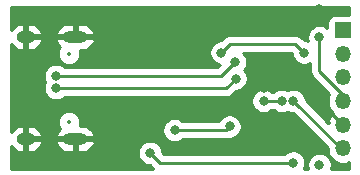
<source format=gbr>
%TF.GenerationSoftware,KiCad,Pcbnew,(5.1.8)-1*%
%TF.CreationDate,2021-01-13T21:24:39+08:00*%
%TF.ProjectId,downloader,646f776e-6c6f-4616-9465-722e6b696361,rev?*%
%TF.SameCoordinates,Original*%
%TF.FileFunction,Copper,L2,Bot*%
%TF.FilePolarity,Positive*%
%FSLAX46Y46*%
G04 Gerber Fmt 4.6, Leading zero omitted, Abs format (unit mm)*
G04 Created by KiCad (PCBNEW (5.1.8)-1) date 2021-01-13 21:24:39*
%MOMM*%
%LPD*%
G01*
G04 APERTURE LIST*
%TA.AperFunction,ComponentPad*%
%ADD10O,1.350000X1.350000*%
%TD*%
%TA.AperFunction,ComponentPad*%
%ADD11R,1.350000X1.350000*%
%TD*%
%TA.AperFunction,ComponentPad*%
%ADD12O,2.100000X1.000000*%
%TD*%
%TA.AperFunction,ComponentPad*%
%ADD13O,1.600000X1.000000*%
%TD*%
%TA.AperFunction,ViaPad*%
%ADD14C,0.800000*%
%TD*%
%TA.AperFunction,Conductor*%
%ADD15C,0.250000*%
%TD*%
%TA.AperFunction,Conductor*%
%ADD16C,0.254000*%
%TD*%
%TA.AperFunction,Conductor*%
%ADD17C,0.350000*%
%TD*%
%ADD18C,0.350000*%
%ADD19O,1.700000X0.600000*%
%ADD20O,1.200000X0.600000*%
G04 APERTURE END LIST*
D10*
%TO.P,J2,6*%
%TO.N,+3V3*%
X128800000Y-97600000D03*
%TO.P,J2,5*%
%TO.N,GND*%
X128800000Y-95600000D03*
%TO.P,J2,4*%
%TO.N,/IO0*%
X128800000Y-93600000D03*
%TO.P,J2,3*%
%TO.N,/EN*%
X128800000Y-91600000D03*
%TO.P,J2,2*%
%TO.N,/TXD*%
X128800000Y-89600000D03*
D11*
%TO.P,J2,1*%
%TO.N,/RXD*%
X128800000Y-87600000D03*
%TD*%
D12*
%TO.P,J1,S1*%
%TO.N,GND*%
X106130000Y-96820000D03*
X106130000Y-88180000D03*
D13*
X101950000Y-88180000D03*
X101950000Y-96820000D03*
%TD*%
D14*
%TO.N,*%
X126800000Y-99000000D03*
%TO.N,GND*%
X126800000Y-85800000D03*
X122074990Y-92500000D03*
%TO.N,/D-*%
X104500000Y-91475000D03*
X119650000Y-90300000D03*
%TO.N,/D+*%
X104500000Y-92525000D03*
X119712664Y-91712678D03*
%TO.N,/IO0*%
X126800000Y-88200000D03*
%TO.N,/DTR*%
X122074990Y-93600000D03*
X123600000Y-93600000D03*
%TO.N,/EN*%
X124575000Y-98825000D03*
X112474991Y-98000009D03*
%TO.N,+3V3*%
X125500000Y-89500000D03*
X118499990Y-89500000D03*
X124600000Y-93600000D03*
%TO.N,Net-(C1-Pad1)*%
X114550000Y-96075000D03*
X119199990Y-95750000D03*
%TD*%
D15*
%TO.N,GND*%
X125700000Y-92500000D02*
X122074990Y-92500000D01*
X128800000Y-95600000D02*
X125700000Y-92500000D01*
%TO.N,/D-*%
X104500000Y-91475000D02*
X118475000Y-91475000D01*
X118475000Y-91475000D02*
X119650000Y-90300000D01*
%TO.N,/D+*%
X118900342Y-92525000D02*
X119712664Y-91712678D01*
X104500000Y-92525000D02*
X118900342Y-92525000D01*
%TO.N,/IO0*%
X128800000Y-93080002D02*
X128800000Y-93600000D01*
X126800000Y-91080002D02*
X128800000Y-93080002D01*
X126800000Y-88200000D02*
X126800000Y-91080002D01*
%TO.N,/DTR*%
X122074990Y-93600000D02*
X123600000Y-93600000D01*
%TO.N,/EN*%
X124575000Y-98825000D02*
X113299982Y-98825000D01*
X113299982Y-98825000D02*
X112474991Y-98000009D01*
%TO.N,+3V3*%
X128600000Y-97600000D02*
X128800000Y-97600000D01*
X124600000Y-93600000D02*
X128600000Y-97600000D01*
X119224991Y-88774999D02*
X118499990Y-89500000D01*
X125500000Y-89500000D02*
X124774999Y-88774999D01*
X124774999Y-88774999D02*
X119224991Y-88774999D01*
%TO.N,Net-(C1-Pad1)*%
X118874990Y-96075000D02*
X119199990Y-95750000D01*
X114550000Y-96075000D02*
X118874990Y-96075000D01*
%TD*%
D16*
%TO.N,GND*%
X129340001Y-86286928D02*
X128125000Y-86286928D01*
X128000518Y-86299188D01*
X127880820Y-86335498D01*
X127770506Y-86394463D01*
X127673815Y-86473815D01*
X127594463Y-86570506D01*
X127535498Y-86680820D01*
X127499188Y-86800518D01*
X127486928Y-86925000D01*
X127486928Y-87423217D01*
X127459774Y-87396063D01*
X127290256Y-87282795D01*
X127101898Y-87204774D01*
X126901939Y-87165000D01*
X126698061Y-87165000D01*
X126498102Y-87204774D01*
X126309744Y-87282795D01*
X126140226Y-87396063D01*
X125996063Y-87540226D01*
X125882795Y-87709744D01*
X125804774Y-87898102D01*
X125765000Y-88098061D01*
X125765000Y-88301939D01*
X125804774Y-88501898D01*
X125806808Y-88506808D01*
X125801898Y-88504774D01*
X125601939Y-88465000D01*
X125539801Y-88465000D01*
X125338802Y-88264001D01*
X125315000Y-88234998D01*
X125199275Y-88140025D01*
X125067246Y-88069453D01*
X124923985Y-88025996D01*
X124812332Y-88014999D01*
X124812321Y-88014999D01*
X124774999Y-88011323D01*
X124737677Y-88014999D01*
X119262313Y-88014999D01*
X119224990Y-88011323D01*
X119187667Y-88014999D01*
X119187658Y-88014999D01*
X119076005Y-88025996D01*
X118932744Y-88069453D01*
X118800715Y-88140025D01*
X118684990Y-88234998D01*
X118661192Y-88263997D01*
X118460188Y-88465000D01*
X118398051Y-88465000D01*
X118198092Y-88504774D01*
X118009734Y-88582795D01*
X117840216Y-88696063D01*
X117696053Y-88840226D01*
X117582785Y-89009744D01*
X117504764Y-89198102D01*
X117464990Y-89398061D01*
X117464990Y-89601939D01*
X117504764Y-89801898D01*
X117582785Y-89990256D01*
X117696053Y-90159774D01*
X117840216Y-90303937D01*
X118009734Y-90417205D01*
X118198092Y-90495226D01*
X118349797Y-90525402D01*
X118160199Y-90715000D01*
X105203711Y-90715000D01*
X105159774Y-90671063D01*
X104990256Y-90557795D01*
X104801898Y-90479774D01*
X104601939Y-90440000D01*
X104398061Y-90440000D01*
X104198102Y-90479774D01*
X104009744Y-90557795D01*
X103840226Y-90671063D01*
X103696063Y-90815226D01*
X103582795Y-90984744D01*
X103504774Y-91173102D01*
X103465000Y-91373061D01*
X103465000Y-91576939D01*
X103504774Y-91776898D01*
X103582795Y-91965256D01*
X103606010Y-92000000D01*
X103582795Y-92034744D01*
X103504774Y-92223102D01*
X103465000Y-92423061D01*
X103465000Y-92626939D01*
X103504774Y-92826898D01*
X103582795Y-93015256D01*
X103696063Y-93184774D01*
X103840226Y-93328937D01*
X104009744Y-93442205D01*
X104198102Y-93520226D01*
X104398061Y-93560000D01*
X104601939Y-93560000D01*
X104801898Y-93520226D01*
X104990256Y-93442205D01*
X105159774Y-93328937D01*
X105203711Y-93285000D01*
X118863020Y-93285000D01*
X118900342Y-93288676D01*
X118937664Y-93285000D01*
X118937675Y-93285000D01*
X119049328Y-93274003D01*
X119192589Y-93230546D01*
X119324618Y-93159974D01*
X119440343Y-93065001D01*
X119464145Y-93035998D01*
X119752465Y-92747678D01*
X119814603Y-92747678D01*
X120014562Y-92707904D01*
X120202920Y-92629883D01*
X120372438Y-92516615D01*
X120516601Y-92372452D01*
X120629869Y-92202934D01*
X120707890Y-92014576D01*
X120747664Y-91814617D01*
X120747664Y-91610739D01*
X120707890Y-91410780D01*
X120629869Y-91222422D01*
X120516601Y-91052904D01*
X120438704Y-90975007D01*
X120453937Y-90959774D01*
X120567205Y-90790256D01*
X120645226Y-90601898D01*
X120685000Y-90401939D01*
X120685000Y-90198061D01*
X120645226Y-89998102D01*
X120567205Y-89809744D01*
X120453937Y-89640226D01*
X120348710Y-89534999D01*
X124460198Y-89534999D01*
X124465000Y-89539801D01*
X124465000Y-89601939D01*
X124504774Y-89801898D01*
X124582795Y-89990256D01*
X124696063Y-90159774D01*
X124840226Y-90303937D01*
X125009744Y-90417205D01*
X125198102Y-90495226D01*
X125398061Y-90535000D01*
X125601939Y-90535000D01*
X125801898Y-90495226D01*
X125990256Y-90417205D01*
X126040001Y-90383967D01*
X126040001Y-91042670D01*
X126036324Y-91080002D01*
X126040001Y-91117335D01*
X126049838Y-91217205D01*
X126050998Y-91228987D01*
X126094454Y-91372248D01*
X126165026Y-91504278D01*
X126224658Y-91576939D01*
X126260000Y-91620003D01*
X126288998Y-91643801D01*
X127634871Y-92989675D01*
X127540342Y-93217887D01*
X127490000Y-93470976D01*
X127490000Y-93729024D01*
X127540342Y-93982113D01*
X127639093Y-94220518D01*
X127782456Y-94435077D01*
X127954060Y-94606681D01*
X127821697Y-94728773D01*
X127670527Y-94936371D01*
X127562762Y-95169472D01*
X127532090Y-95270600D01*
X127655775Y-95472998D01*
X127547800Y-95472998D01*
X125635000Y-93560199D01*
X125635000Y-93498061D01*
X125595226Y-93298102D01*
X125517205Y-93109744D01*
X125403937Y-92940226D01*
X125259774Y-92796063D01*
X125090256Y-92682795D01*
X124901898Y-92604774D01*
X124701939Y-92565000D01*
X124498061Y-92565000D01*
X124298102Y-92604774D01*
X124109744Y-92682795D01*
X124100000Y-92689306D01*
X124090256Y-92682795D01*
X123901898Y-92604774D01*
X123701939Y-92565000D01*
X123498061Y-92565000D01*
X123298102Y-92604774D01*
X123109744Y-92682795D01*
X122940226Y-92796063D01*
X122896289Y-92840000D01*
X122778701Y-92840000D01*
X122734764Y-92796063D01*
X122565246Y-92682795D01*
X122376888Y-92604774D01*
X122176929Y-92565000D01*
X121973051Y-92565000D01*
X121773092Y-92604774D01*
X121584734Y-92682795D01*
X121415216Y-92796063D01*
X121271053Y-92940226D01*
X121157785Y-93109744D01*
X121079764Y-93298102D01*
X121039990Y-93498061D01*
X121039990Y-93701939D01*
X121079764Y-93901898D01*
X121157785Y-94090256D01*
X121271053Y-94259774D01*
X121415216Y-94403937D01*
X121584734Y-94517205D01*
X121773092Y-94595226D01*
X121973051Y-94635000D01*
X122176929Y-94635000D01*
X122376888Y-94595226D01*
X122565246Y-94517205D01*
X122734764Y-94403937D01*
X122778701Y-94360000D01*
X122896289Y-94360000D01*
X122940226Y-94403937D01*
X123109744Y-94517205D01*
X123298102Y-94595226D01*
X123498061Y-94635000D01*
X123701939Y-94635000D01*
X123901898Y-94595226D01*
X124090256Y-94517205D01*
X124100000Y-94510694D01*
X124109744Y-94517205D01*
X124298102Y-94595226D01*
X124498061Y-94635000D01*
X124560199Y-94635000D01*
X127490000Y-97564802D01*
X127490000Y-97729024D01*
X127540342Y-97982113D01*
X127639093Y-98220518D01*
X127782456Y-98435077D01*
X127964923Y-98617544D01*
X128179482Y-98760907D01*
X128417887Y-98859658D01*
X128670976Y-98910000D01*
X128929024Y-98910000D01*
X129182113Y-98859658D01*
X129340000Y-98794259D01*
X129340000Y-99340000D01*
X127779444Y-99340000D01*
X127795226Y-99301898D01*
X127835000Y-99101939D01*
X127835000Y-98898061D01*
X127795226Y-98698102D01*
X127717205Y-98509744D01*
X127603937Y-98340226D01*
X127459774Y-98196063D01*
X127290256Y-98082795D01*
X127101898Y-98004774D01*
X126901939Y-97965000D01*
X126698061Y-97965000D01*
X126498102Y-98004774D01*
X126309744Y-98082795D01*
X126140226Y-98196063D01*
X125996063Y-98340226D01*
X125882795Y-98509744D01*
X125804774Y-98698102D01*
X125765000Y-98898061D01*
X125765000Y-99101939D01*
X125804774Y-99301898D01*
X125820556Y-99340000D01*
X125475672Y-99340000D01*
X125492205Y-99315256D01*
X125570226Y-99126898D01*
X125610000Y-98926939D01*
X125610000Y-98723061D01*
X125570226Y-98523102D01*
X125492205Y-98334744D01*
X125378937Y-98165226D01*
X125234774Y-98021063D01*
X125065256Y-97907795D01*
X124876898Y-97829774D01*
X124676939Y-97790000D01*
X124473061Y-97790000D01*
X124273102Y-97829774D01*
X124084744Y-97907795D01*
X123915226Y-98021063D01*
X123871289Y-98065000D01*
X113614784Y-98065000D01*
X113509991Y-97960207D01*
X113509991Y-97898070D01*
X113470217Y-97698111D01*
X113392196Y-97509753D01*
X113278928Y-97340235D01*
X113134765Y-97196072D01*
X112965247Y-97082804D01*
X112776889Y-97004783D01*
X112576930Y-96965009D01*
X112373052Y-96965009D01*
X112173093Y-97004783D01*
X111984735Y-97082804D01*
X111815217Y-97196072D01*
X111671054Y-97340235D01*
X111557786Y-97509753D01*
X111479765Y-97698111D01*
X111439991Y-97898070D01*
X111439991Y-98101948D01*
X111479765Y-98301907D01*
X111557786Y-98490265D01*
X111671054Y-98659783D01*
X111815217Y-98803946D01*
X111984735Y-98917214D01*
X112173093Y-98995235D01*
X112373052Y-99035009D01*
X112435189Y-99035009D01*
X112736187Y-99336008D01*
X112739463Y-99340000D01*
X100660000Y-99340000D01*
X100660000Y-97382371D01*
X100757631Y-97532764D01*
X100913831Y-97693161D01*
X101098322Y-97820003D01*
X101304013Y-97908415D01*
X101523000Y-97955000D01*
X101823000Y-97955000D01*
X101823000Y-96947000D01*
X102077000Y-96947000D01*
X102077000Y-97955000D01*
X102377000Y-97955000D01*
X102595987Y-97908415D01*
X102801678Y-97820003D01*
X102986169Y-97693161D01*
X103142369Y-97532764D01*
X103264276Y-97344976D01*
X103344119Y-97121874D01*
X104485881Y-97121874D01*
X104565724Y-97344976D01*
X104687631Y-97532764D01*
X104843831Y-97693161D01*
X105028322Y-97820003D01*
X105234013Y-97908415D01*
X105453000Y-97955000D01*
X106003000Y-97955000D01*
X106003000Y-96947000D01*
X106257000Y-96947000D01*
X106257000Y-97955000D01*
X106807000Y-97955000D01*
X107025987Y-97908415D01*
X107231678Y-97820003D01*
X107416169Y-97693161D01*
X107572369Y-97532764D01*
X107694276Y-97344976D01*
X107774119Y-97121874D01*
X107647954Y-96947000D01*
X106257000Y-96947000D01*
X106003000Y-96947000D01*
X104612046Y-96947000D01*
X104485881Y-97121874D01*
X103344119Y-97121874D01*
X103217954Y-96947000D01*
X102077000Y-96947000D01*
X101823000Y-96947000D01*
X101803000Y-96947000D01*
X101803000Y-96693000D01*
X101823000Y-96693000D01*
X101823000Y-95685000D01*
X102077000Y-95685000D01*
X102077000Y-96693000D01*
X103217954Y-96693000D01*
X103344119Y-96518126D01*
X104485881Y-96518126D01*
X104612046Y-96693000D01*
X106003000Y-96693000D01*
X106003000Y-96673000D01*
X106257000Y-96673000D01*
X106257000Y-96693000D01*
X107647954Y-96693000D01*
X107774119Y-96518126D01*
X107694276Y-96295024D01*
X107572369Y-96107236D01*
X107441705Y-95973061D01*
X113515000Y-95973061D01*
X113515000Y-96176939D01*
X113554774Y-96376898D01*
X113632795Y-96565256D01*
X113746063Y-96734774D01*
X113890226Y-96878937D01*
X114059744Y-96992205D01*
X114248102Y-97070226D01*
X114448061Y-97110000D01*
X114651939Y-97110000D01*
X114851898Y-97070226D01*
X115040256Y-96992205D01*
X115209774Y-96878937D01*
X115253711Y-96835000D01*
X118837668Y-96835000D01*
X118874990Y-96838676D01*
X118912312Y-96835000D01*
X118912323Y-96835000D01*
X119023976Y-96824003D01*
X119152554Y-96785000D01*
X119301929Y-96785000D01*
X119501888Y-96745226D01*
X119690246Y-96667205D01*
X119859764Y-96553937D01*
X120003927Y-96409774D01*
X120117195Y-96240256D01*
X120195216Y-96051898D01*
X120234990Y-95851939D01*
X120234990Y-95648061D01*
X120195216Y-95448102D01*
X120117195Y-95259744D01*
X120003927Y-95090226D01*
X119859764Y-94946063D01*
X119690246Y-94832795D01*
X119501888Y-94754774D01*
X119301929Y-94715000D01*
X119098051Y-94715000D01*
X118898092Y-94754774D01*
X118709734Y-94832795D01*
X118540216Y-94946063D01*
X118396053Y-95090226D01*
X118282785Y-95259744D01*
X118259897Y-95315000D01*
X115253711Y-95315000D01*
X115209774Y-95271063D01*
X115040256Y-95157795D01*
X114851898Y-95079774D01*
X114651939Y-95040000D01*
X114448061Y-95040000D01*
X114248102Y-95079774D01*
X114059744Y-95157795D01*
X113890226Y-95271063D01*
X113746063Y-95415226D01*
X113632795Y-95584744D01*
X113554774Y-95773102D01*
X113515000Y-95973061D01*
X107441705Y-95973061D01*
X107416169Y-95946839D01*
X107231678Y-95819997D01*
X107025987Y-95731585D01*
X106807000Y-95685000D01*
X106516904Y-95685000D01*
X106523108Y-95670022D01*
X106560000Y-95484552D01*
X106560000Y-95295448D01*
X106523108Y-95109978D01*
X106450741Y-94935269D01*
X106345681Y-94778036D01*
X106211964Y-94644319D01*
X106054731Y-94539259D01*
X105880022Y-94466892D01*
X105694552Y-94430000D01*
X105505448Y-94430000D01*
X105319978Y-94466892D01*
X105145269Y-94539259D01*
X104988036Y-94644319D01*
X104854319Y-94778036D01*
X104749259Y-94935269D01*
X104676892Y-95109978D01*
X104640000Y-95295448D01*
X104640000Y-95484552D01*
X104676892Y-95670022D01*
X104749259Y-95844731D01*
X104828206Y-95962884D01*
X104687631Y-96107236D01*
X104565724Y-96295024D01*
X104485881Y-96518126D01*
X103344119Y-96518126D01*
X103264276Y-96295024D01*
X103142369Y-96107236D01*
X102986169Y-95946839D01*
X102801678Y-95819997D01*
X102595987Y-95731585D01*
X102377000Y-95685000D01*
X102077000Y-95685000D01*
X101823000Y-95685000D01*
X101523000Y-95685000D01*
X101304013Y-95731585D01*
X101098322Y-95819997D01*
X100913831Y-95946839D01*
X100757631Y-96107236D01*
X100660000Y-96257629D01*
X100660000Y-88742371D01*
X100757631Y-88892764D01*
X100913831Y-89053161D01*
X101098322Y-89180003D01*
X101304013Y-89268415D01*
X101523000Y-89315000D01*
X101823000Y-89315000D01*
X101823000Y-88307000D01*
X102077000Y-88307000D01*
X102077000Y-89315000D01*
X102377000Y-89315000D01*
X102595987Y-89268415D01*
X102801678Y-89180003D01*
X102986169Y-89053161D01*
X103142369Y-88892764D01*
X103264276Y-88704976D01*
X103344119Y-88481874D01*
X104485881Y-88481874D01*
X104565724Y-88704976D01*
X104687631Y-88892764D01*
X104828206Y-89037116D01*
X104749259Y-89155269D01*
X104676892Y-89329978D01*
X104640000Y-89515448D01*
X104640000Y-89704552D01*
X104676892Y-89890022D01*
X104749259Y-90064731D01*
X104854319Y-90221964D01*
X104988036Y-90355681D01*
X105145269Y-90460741D01*
X105319978Y-90533108D01*
X105505448Y-90570000D01*
X105694552Y-90570000D01*
X105880022Y-90533108D01*
X106054731Y-90460741D01*
X106211964Y-90355681D01*
X106345681Y-90221964D01*
X106450741Y-90064731D01*
X106523108Y-89890022D01*
X106560000Y-89704552D01*
X106560000Y-89515448D01*
X106523108Y-89329978D01*
X106516904Y-89315000D01*
X106807000Y-89315000D01*
X107025987Y-89268415D01*
X107231678Y-89180003D01*
X107416169Y-89053161D01*
X107572369Y-88892764D01*
X107694276Y-88704976D01*
X107774119Y-88481874D01*
X107647954Y-88307000D01*
X106257000Y-88307000D01*
X106257000Y-88327000D01*
X106003000Y-88327000D01*
X106003000Y-88307000D01*
X104612046Y-88307000D01*
X104485881Y-88481874D01*
X103344119Y-88481874D01*
X103217954Y-88307000D01*
X102077000Y-88307000D01*
X101823000Y-88307000D01*
X101803000Y-88307000D01*
X101803000Y-88053000D01*
X101823000Y-88053000D01*
X101823000Y-87045000D01*
X102077000Y-87045000D01*
X102077000Y-88053000D01*
X103217954Y-88053000D01*
X103344119Y-87878126D01*
X104485881Y-87878126D01*
X104612046Y-88053000D01*
X106003000Y-88053000D01*
X106003000Y-87045000D01*
X106257000Y-87045000D01*
X106257000Y-88053000D01*
X107647954Y-88053000D01*
X107774119Y-87878126D01*
X107694276Y-87655024D01*
X107572369Y-87467236D01*
X107416169Y-87306839D01*
X107231678Y-87179997D01*
X107025987Y-87091585D01*
X106807000Y-87045000D01*
X106257000Y-87045000D01*
X106003000Y-87045000D01*
X105453000Y-87045000D01*
X105234013Y-87091585D01*
X105028322Y-87179997D01*
X104843831Y-87306839D01*
X104687631Y-87467236D01*
X104565724Y-87655024D01*
X104485881Y-87878126D01*
X103344119Y-87878126D01*
X103264276Y-87655024D01*
X103142369Y-87467236D01*
X102986169Y-87306839D01*
X102801678Y-87179997D01*
X102595987Y-87091585D01*
X102377000Y-87045000D01*
X102077000Y-87045000D01*
X101823000Y-87045000D01*
X101523000Y-87045000D01*
X101304013Y-87091585D01*
X101098322Y-87179997D01*
X100913831Y-87306839D01*
X100757631Y-87467236D01*
X100660000Y-87617629D01*
X100660000Y-85660000D01*
X129340001Y-85660000D01*
X129340001Y-86286928D01*
%TA.AperFunction,Conductor*%
D17*
G36*
X129340001Y-86286928D02*
G01*
X128125000Y-86286928D01*
X128000518Y-86299188D01*
X127880820Y-86335498D01*
X127770506Y-86394463D01*
X127673815Y-86473815D01*
X127594463Y-86570506D01*
X127535498Y-86680820D01*
X127499188Y-86800518D01*
X127486928Y-86925000D01*
X127486928Y-87423217D01*
X127459774Y-87396063D01*
X127290256Y-87282795D01*
X127101898Y-87204774D01*
X126901939Y-87165000D01*
X126698061Y-87165000D01*
X126498102Y-87204774D01*
X126309744Y-87282795D01*
X126140226Y-87396063D01*
X125996063Y-87540226D01*
X125882795Y-87709744D01*
X125804774Y-87898102D01*
X125765000Y-88098061D01*
X125765000Y-88301939D01*
X125804774Y-88501898D01*
X125806808Y-88506808D01*
X125801898Y-88504774D01*
X125601939Y-88465000D01*
X125539801Y-88465000D01*
X125338802Y-88264001D01*
X125315000Y-88234998D01*
X125199275Y-88140025D01*
X125067246Y-88069453D01*
X124923985Y-88025996D01*
X124812332Y-88014999D01*
X124812321Y-88014999D01*
X124774999Y-88011323D01*
X124737677Y-88014999D01*
X119262313Y-88014999D01*
X119224990Y-88011323D01*
X119187667Y-88014999D01*
X119187658Y-88014999D01*
X119076005Y-88025996D01*
X118932744Y-88069453D01*
X118800715Y-88140025D01*
X118684990Y-88234998D01*
X118661192Y-88263997D01*
X118460188Y-88465000D01*
X118398051Y-88465000D01*
X118198092Y-88504774D01*
X118009734Y-88582795D01*
X117840216Y-88696063D01*
X117696053Y-88840226D01*
X117582785Y-89009744D01*
X117504764Y-89198102D01*
X117464990Y-89398061D01*
X117464990Y-89601939D01*
X117504764Y-89801898D01*
X117582785Y-89990256D01*
X117696053Y-90159774D01*
X117840216Y-90303937D01*
X118009734Y-90417205D01*
X118198092Y-90495226D01*
X118349797Y-90525402D01*
X118160199Y-90715000D01*
X105203711Y-90715000D01*
X105159774Y-90671063D01*
X104990256Y-90557795D01*
X104801898Y-90479774D01*
X104601939Y-90440000D01*
X104398061Y-90440000D01*
X104198102Y-90479774D01*
X104009744Y-90557795D01*
X103840226Y-90671063D01*
X103696063Y-90815226D01*
X103582795Y-90984744D01*
X103504774Y-91173102D01*
X103465000Y-91373061D01*
X103465000Y-91576939D01*
X103504774Y-91776898D01*
X103582795Y-91965256D01*
X103606010Y-92000000D01*
X103582795Y-92034744D01*
X103504774Y-92223102D01*
X103465000Y-92423061D01*
X103465000Y-92626939D01*
X103504774Y-92826898D01*
X103582795Y-93015256D01*
X103696063Y-93184774D01*
X103840226Y-93328937D01*
X104009744Y-93442205D01*
X104198102Y-93520226D01*
X104398061Y-93560000D01*
X104601939Y-93560000D01*
X104801898Y-93520226D01*
X104990256Y-93442205D01*
X105159774Y-93328937D01*
X105203711Y-93285000D01*
X118863020Y-93285000D01*
X118900342Y-93288676D01*
X118937664Y-93285000D01*
X118937675Y-93285000D01*
X119049328Y-93274003D01*
X119192589Y-93230546D01*
X119324618Y-93159974D01*
X119440343Y-93065001D01*
X119464145Y-93035998D01*
X119752465Y-92747678D01*
X119814603Y-92747678D01*
X120014562Y-92707904D01*
X120202920Y-92629883D01*
X120372438Y-92516615D01*
X120516601Y-92372452D01*
X120629869Y-92202934D01*
X120707890Y-92014576D01*
X120747664Y-91814617D01*
X120747664Y-91610739D01*
X120707890Y-91410780D01*
X120629869Y-91222422D01*
X120516601Y-91052904D01*
X120438704Y-90975007D01*
X120453937Y-90959774D01*
X120567205Y-90790256D01*
X120645226Y-90601898D01*
X120685000Y-90401939D01*
X120685000Y-90198061D01*
X120645226Y-89998102D01*
X120567205Y-89809744D01*
X120453937Y-89640226D01*
X120348710Y-89534999D01*
X124460198Y-89534999D01*
X124465000Y-89539801D01*
X124465000Y-89601939D01*
X124504774Y-89801898D01*
X124582795Y-89990256D01*
X124696063Y-90159774D01*
X124840226Y-90303937D01*
X125009744Y-90417205D01*
X125198102Y-90495226D01*
X125398061Y-90535000D01*
X125601939Y-90535000D01*
X125801898Y-90495226D01*
X125990256Y-90417205D01*
X126040001Y-90383967D01*
X126040001Y-91042670D01*
X126036324Y-91080002D01*
X126040001Y-91117335D01*
X126049838Y-91217205D01*
X126050998Y-91228987D01*
X126094454Y-91372248D01*
X126165026Y-91504278D01*
X126224658Y-91576939D01*
X126260000Y-91620003D01*
X126288998Y-91643801D01*
X127634871Y-92989675D01*
X127540342Y-93217887D01*
X127490000Y-93470976D01*
X127490000Y-93729024D01*
X127540342Y-93982113D01*
X127639093Y-94220518D01*
X127782456Y-94435077D01*
X127954060Y-94606681D01*
X127821697Y-94728773D01*
X127670527Y-94936371D01*
X127562762Y-95169472D01*
X127532090Y-95270600D01*
X127655775Y-95472998D01*
X127547800Y-95472998D01*
X125635000Y-93560199D01*
X125635000Y-93498061D01*
X125595226Y-93298102D01*
X125517205Y-93109744D01*
X125403937Y-92940226D01*
X125259774Y-92796063D01*
X125090256Y-92682795D01*
X124901898Y-92604774D01*
X124701939Y-92565000D01*
X124498061Y-92565000D01*
X124298102Y-92604774D01*
X124109744Y-92682795D01*
X124100000Y-92689306D01*
X124090256Y-92682795D01*
X123901898Y-92604774D01*
X123701939Y-92565000D01*
X123498061Y-92565000D01*
X123298102Y-92604774D01*
X123109744Y-92682795D01*
X122940226Y-92796063D01*
X122896289Y-92840000D01*
X122778701Y-92840000D01*
X122734764Y-92796063D01*
X122565246Y-92682795D01*
X122376888Y-92604774D01*
X122176929Y-92565000D01*
X121973051Y-92565000D01*
X121773092Y-92604774D01*
X121584734Y-92682795D01*
X121415216Y-92796063D01*
X121271053Y-92940226D01*
X121157785Y-93109744D01*
X121079764Y-93298102D01*
X121039990Y-93498061D01*
X121039990Y-93701939D01*
X121079764Y-93901898D01*
X121157785Y-94090256D01*
X121271053Y-94259774D01*
X121415216Y-94403937D01*
X121584734Y-94517205D01*
X121773092Y-94595226D01*
X121973051Y-94635000D01*
X122176929Y-94635000D01*
X122376888Y-94595226D01*
X122565246Y-94517205D01*
X122734764Y-94403937D01*
X122778701Y-94360000D01*
X122896289Y-94360000D01*
X122940226Y-94403937D01*
X123109744Y-94517205D01*
X123298102Y-94595226D01*
X123498061Y-94635000D01*
X123701939Y-94635000D01*
X123901898Y-94595226D01*
X124090256Y-94517205D01*
X124100000Y-94510694D01*
X124109744Y-94517205D01*
X124298102Y-94595226D01*
X124498061Y-94635000D01*
X124560199Y-94635000D01*
X127490000Y-97564802D01*
X127490000Y-97729024D01*
X127540342Y-97982113D01*
X127639093Y-98220518D01*
X127782456Y-98435077D01*
X127964923Y-98617544D01*
X128179482Y-98760907D01*
X128417887Y-98859658D01*
X128670976Y-98910000D01*
X128929024Y-98910000D01*
X129182113Y-98859658D01*
X129340000Y-98794259D01*
X129340000Y-99340000D01*
X127779444Y-99340000D01*
X127795226Y-99301898D01*
X127835000Y-99101939D01*
X127835000Y-98898061D01*
X127795226Y-98698102D01*
X127717205Y-98509744D01*
X127603937Y-98340226D01*
X127459774Y-98196063D01*
X127290256Y-98082795D01*
X127101898Y-98004774D01*
X126901939Y-97965000D01*
X126698061Y-97965000D01*
X126498102Y-98004774D01*
X126309744Y-98082795D01*
X126140226Y-98196063D01*
X125996063Y-98340226D01*
X125882795Y-98509744D01*
X125804774Y-98698102D01*
X125765000Y-98898061D01*
X125765000Y-99101939D01*
X125804774Y-99301898D01*
X125820556Y-99340000D01*
X125475672Y-99340000D01*
X125492205Y-99315256D01*
X125570226Y-99126898D01*
X125610000Y-98926939D01*
X125610000Y-98723061D01*
X125570226Y-98523102D01*
X125492205Y-98334744D01*
X125378937Y-98165226D01*
X125234774Y-98021063D01*
X125065256Y-97907795D01*
X124876898Y-97829774D01*
X124676939Y-97790000D01*
X124473061Y-97790000D01*
X124273102Y-97829774D01*
X124084744Y-97907795D01*
X123915226Y-98021063D01*
X123871289Y-98065000D01*
X113614784Y-98065000D01*
X113509991Y-97960207D01*
X113509991Y-97898070D01*
X113470217Y-97698111D01*
X113392196Y-97509753D01*
X113278928Y-97340235D01*
X113134765Y-97196072D01*
X112965247Y-97082804D01*
X112776889Y-97004783D01*
X112576930Y-96965009D01*
X112373052Y-96965009D01*
X112173093Y-97004783D01*
X111984735Y-97082804D01*
X111815217Y-97196072D01*
X111671054Y-97340235D01*
X111557786Y-97509753D01*
X111479765Y-97698111D01*
X111439991Y-97898070D01*
X111439991Y-98101948D01*
X111479765Y-98301907D01*
X111557786Y-98490265D01*
X111671054Y-98659783D01*
X111815217Y-98803946D01*
X111984735Y-98917214D01*
X112173093Y-98995235D01*
X112373052Y-99035009D01*
X112435189Y-99035009D01*
X112736187Y-99336008D01*
X112739463Y-99340000D01*
X100660000Y-99340000D01*
X100660000Y-97382371D01*
X100757631Y-97532764D01*
X100913831Y-97693161D01*
X101098322Y-97820003D01*
X101304013Y-97908415D01*
X101523000Y-97955000D01*
X101823000Y-97955000D01*
X101823000Y-96947000D01*
X102077000Y-96947000D01*
X102077000Y-97955000D01*
X102377000Y-97955000D01*
X102595987Y-97908415D01*
X102801678Y-97820003D01*
X102986169Y-97693161D01*
X103142369Y-97532764D01*
X103264276Y-97344976D01*
X103344119Y-97121874D01*
X104485881Y-97121874D01*
X104565724Y-97344976D01*
X104687631Y-97532764D01*
X104843831Y-97693161D01*
X105028322Y-97820003D01*
X105234013Y-97908415D01*
X105453000Y-97955000D01*
X106003000Y-97955000D01*
X106003000Y-96947000D01*
X106257000Y-96947000D01*
X106257000Y-97955000D01*
X106807000Y-97955000D01*
X107025987Y-97908415D01*
X107231678Y-97820003D01*
X107416169Y-97693161D01*
X107572369Y-97532764D01*
X107694276Y-97344976D01*
X107774119Y-97121874D01*
X107647954Y-96947000D01*
X106257000Y-96947000D01*
X106003000Y-96947000D01*
X104612046Y-96947000D01*
X104485881Y-97121874D01*
X103344119Y-97121874D01*
X103217954Y-96947000D01*
X102077000Y-96947000D01*
X101823000Y-96947000D01*
X101803000Y-96947000D01*
X101803000Y-96693000D01*
X101823000Y-96693000D01*
X101823000Y-95685000D01*
X102077000Y-95685000D01*
X102077000Y-96693000D01*
X103217954Y-96693000D01*
X103344119Y-96518126D01*
X104485881Y-96518126D01*
X104612046Y-96693000D01*
X106003000Y-96693000D01*
X106003000Y-96673000D01*
X106257000Y-96673000D01*
X106257000Y-96693000D01*
X107647954Y-96693000D01*
X107774119Y-96518126D01*
X107694276Y-96295024D01*
X107572369Y-96107236D01*
X107441705Y-95973061D01*
X113515000Y-95973061D01*
X113515000Y-96176939D01*
X113554774Y-96376898D01*
X113632795Y-96565256D01*
X113746063Y-96734774D01*
X113890226Y-96878937D01*
X114059744Y-96992205D01*
X114248102Y-97070226D01*
X114448061Y-97110000D01*
X114651939Y-97110000D01*
X114851898Y-97070226D01*
X115040256Y-96992205D01*
X115209774Y-96878937D01*
X115253711Y-96835000D01*
X118837668Y-96835000D01*
X118874990Y-96838676D01*
X118912312Y-96835000D01*
X118912323Y-96835000D01*
X119023976Y-96824003D01*
X119152554Y-96785000D01*
X119301929Y-96785000D01*
X119501888Y-96745226D01*
X119690246Y-96667205D01*
X119859764Y-96553937D01*
X120003927Y-96409774D01*
X120117195Y-96240256D01*
X120195216Y-96051898D01*
X120234990Y-95851939D01*
X120234990Y-95648061D01*
X120195216Y-95448102D01*
X120117195Y-95259744D01*
X120003927Y-95090226D01*
X119859764Y-94946063D01*
X119690246Y-94832795D01*
X119501888Y-94754774D01*
X119301929Y-94715000D01*
X119098051Y-94715000D01*
X118898092Y-94754774D01*
X118709734Y-94832795D01*
X118540216Y-94946063D01*
X118396053Y-95090226D01*
X118282785Y-95259744D01*
X118259897Y-95315000D01*
X115253711Y-95315000D01*
X115209774Y-95271063D01*
X115040256Y-95157795D01*
X114851898Y-95079774D01*
X114651939Y-95040000D01*
X114448061Y-95040000D01*
X114248102Y-95079774D01*
X114059744Y-95157795D01*
X113890226Y-95271063D01*
X113746063Y-95415226D01*
X113632795Y-95584744D01*
X113554774Y-95773102D01*
X113515000Y-95973061D01*
X107441705Y-95973061D01*
X107416169Y-95946839D01*
X107231678Y-95819997D01*
X107025987Y-95731585D01*
X106807000Y-95685000D01*
X106516904Y-95685000D01*
X106523108Y-95670022D01*
X106560000Y-95484552D01*
X106560000Y-95295448D01*
X106523108Y-95109978D01*
X106450741Y-94935269D01*
X106345681Y-94778036D01*
X106211964Y-94644319D01*
X106054731Y-94539259D01*
X105880022Y-94466892D01*
X105694552Y-94430000D01*
X105505448Y-94430000D01*
X105319978Y-94466892D01*
X105145269Y-94539259D01*
X104988036Y-94644319D01*
X104854319Y-94778036D01*
X104749259Y-94935269D01*
X104676892Y-95109978D01*
X104640000Y-95295448D01*
X104640000Y-95484552D01*
X104676892Y-95670022D01*
X104749259Y-95844731D01*
X104828206Y-95962884D01*
X104687631Y-96107236D01*
X104565724Y-96295024D01*
X104485881Y-96518126D01*
X103344119Y-96518126D01*
X103264276Y-96295024D01*
X103142369Y-96107236D01*
X102986169Y-95946839D01*
X102801678Y-95819997D01*
X102595987Y-95731585D01*
X102377000Y-95685000D01*
X102077000Y-95685000D01*
X101823000Y-95685000D01*
X101523000Y-95685000D01*
X101304013Y-95731585D01*
X101098322Y-95819997D01*
X100913831Y-95946839D01*
X100757631Y-96107236D01*
X100660000Y-96257629D01*
X100660000Y-88742371D01*
X100757631Y-88892764D01*
X100913831Y-89053161D01*
X101098322Y-89180003D01*
X101304013Y-89268415D01*
X101523000Y-89315000D01*
X101823000Y-89315000D01*
X101823000Y-88307000D01*
X102077000Y-88307000D01*
X102077000Y-89315000D01*
X102377000Y-89315000D01*
X102595987Y-89268415D01*
X102801678Y-89180003D01*
X102986169Y-89053161D01*
X103142369Y-88892764D01*
X103264276Y-88704976D01*
X103344119Y-88481874D01*
X104485881Y-88481874D01*
X104565724Y-88704976D01*
X104687631Y-88892764D01*
X104828206Y-89037116D01*
X104749259Y-89155269D01*
X104676892Y-89329978D01*
X104640000Y-89515448D01*
X104640000Y-89704552D01*
X104676892Y-89890022D01*
X104749259Y-90064731D01*
X104854319Y-90221964D01*
X104988036Y-90355681D01*
X105145269Y-90460741D01*
X105319978Y-90533108D01*
X105505448Y-90570000D01*
X105694552Y-90570000D01*
X105880022Y-90533108D01*
X106054731Y-90460741D01*
X106211964Y-90355681D01*
X106345681Y-90221964D01*
X106450741Y-90064731D01*
X106523108Y-89890022D01*
X106560000Y-89704552D01*
X106560000Y-89515448D01*
X106523108Y-89329978D01*
X106516904Y-89315000D01*
X106807000Y-89315000D01*
X107025987Y-89268415D01*
X107231678Y-89180003D01*
X107416169Y-89053161D01*
X107572369Y-88892764D01*
X107694276Y-88704976D01*
X107774119Y-88481874D01*
X107647954Y-88307000D01*
X106257000Y-88307000D01*
X106257000Y-88327000D01*
X106003000Y-88327000D01*
X106003000Y-88307000D01*
X104612046Y-88307000D01*
X104485881Y-88481874D01*
X103344119Y-88481874D01*
X103217954Y-88307000D01*
X102077000Y-88307000D01*
X101823000Y-88307000D01*
X101803000Y-88307000D01*
X101803000Y-88053000D01*
X101823000Y-88053000D01*
X101823000Y-87045000D01*
X102077000Y-87045000D01*
X102077000Y-88053000D01*
X103217954Y-88053000D01*
X103344119Y-87878126D01*
X104485881Y-87878126D01*
X104612046Y-88053000D01*
X106003000Y-88053000D01*
X106003000Y-87045000D01*
X106257000Y-87045000D01*
X106257000Y-88053000D01*
X107647954Y-88053000D01*
X107774119Y-87878126D01*
X107694276Y-87655024D01*
X107572369Y-87467236D01*
X107416169Y-87306839D01*
X107231678Y-87179997D01*
X107025987Y-87091585D01*
X106807000Y-87045000D01*
X106257000Y-87045000D01*
X106003000Y-87045000D01*
X105453000Y-87045000D01*
X105234013Y-87091585D01*
X105028322Y-87179997D01*
X104843831Y-87306839D01*
X104687631Y-87467236D01*
X104565724Y-87655024D01*
X104485881Y-87878126D01*
X103344119Y-87878126D01*
X103264276Y-87655024D01*
X103142369Y-87467236D01*
X102986169Y-87306839D01*
X102801678Y-87179997D01*
X102595987Y-87091585D01*
X102377000Y-87045000D01*
X102077000Y-87045000D01*
X101823000Y-87045000D01*
X101523000Y-87045000D01*
X101304013Y-87091585D01*
X101098322Y-87179997D01*
X100913831Y-87306839D01*
X100757631Y-87467236D01*
X100660000Y-87617629D01*
X100660000Y-85660000D01*
X129340001Y-85660000D01*
X129340001Y-86286928D01*
G37*
%TD.AperFunction*%
D16*
X128927000Y-95473000D02*
X128947000Y-95473000D01*
X128947000Y-95727000D01*
X128927000Y-95727000D01*
X128927000Y-95747000D01*
X128673000Y-95747000D01*
X128673000Y-95727000D01*
X128653000Y-95727000D01*
X128653000Y-95473000D01*
X128673000Y-95473000D01*
X128673000Y-95453000D01*
X128927000Y-95453000D01*
X128927000Y-95473000D01*
%TA.AperFunction,Conductor*%
D17*
G36*
X128927000Y-95473000D02*
G01*
X128947000Y-95473000D01*
X128947000Y-95727000D01*
X128927000Y-95727000D01*
X128927000Y-95747000D01*
X128673000Y-95747000D01*
X128673000Y-95727000D01*
X128653000Y-95727000D01*
X128653000Y-95473000D01*
X128673000Y-95473000D01*
X128673000Y-95453000D01*
X128927000Y-95453000D01*
X128927000Y-95473000D01*
G37*
%TD.AperFunction*%
%TD*%
D18*
X126800000Y-99000000D03*
X126800000Y-85800000D03*
X122074990Y-92500000D03*
X104500000Y-91475000D03*
X119650000Y-90300000D03*
X104500000Y-92525000D03*
X119712664Y-91712678D03*
X126800000Y-88200000D03*
X122074990Y-93600000D03*
X123600000Y-93600000D03*
X124575000Y-98825000D03*
X112474991Y-98000009D03*
X125500000Y-89500000D03*
X118499990Y-89500000D03*
X124600000Y-93600000D03*
X114550000Y-96075000D03*
X119199990Y-95750000D03*
X128800000Y-97600000D03*
X128800000Y-95600000D03*
X128800000Y-93600000D03*
X128800000Y-91600000D03*
X128800000Y-89600000D03*
X128800000Y-87600000D03*
D19*
X106130000Y-96820000D03*
X106130000Y-88180000D03*
D18*
X105600000Y-89610000D03*
D20*
X101950000Y-88180000D03*
D18*
X105600000Y-95390000D03*
D20*
X101950000Y-96820000D03*
M02*

</source>
